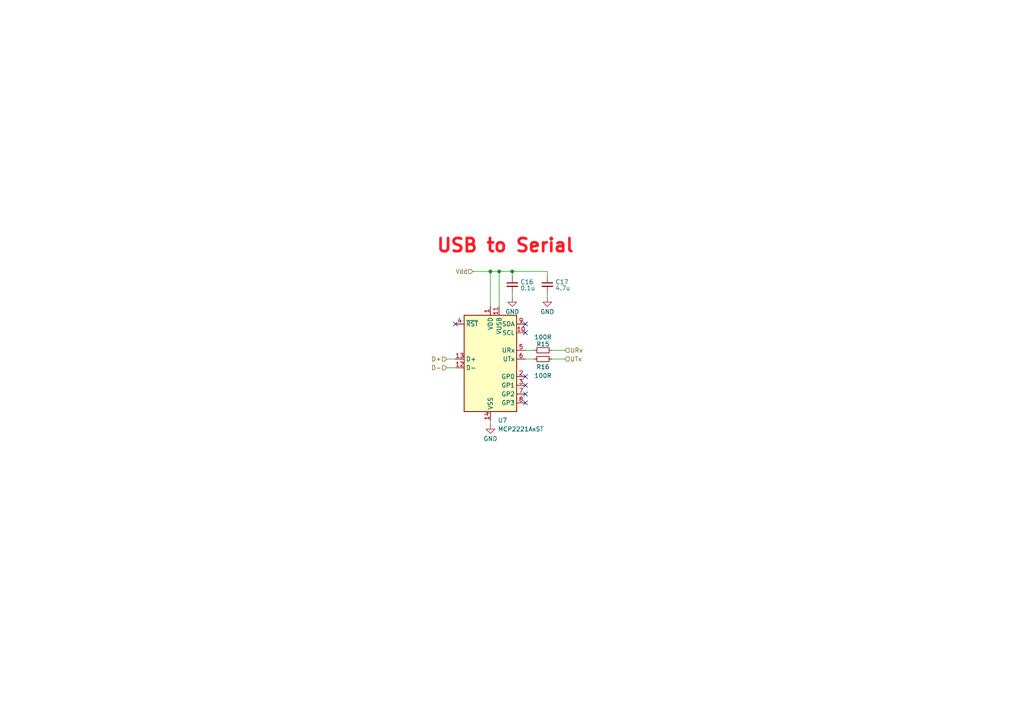
<source format=kicad_sch>
(kicad_sch (version 20250114) (generator "eeschema") (generator_version "9.0")
  (paper "A4")
  (lib_symbols
    (symbol "Device:C_Small" (pin_numbers (hide yes)) (pin_names (offset 0.254) (hide yes))
      (property "Reference" "C" (at 0.254 1.778 0))
      (property "Value" "C_Small" (at 0.254 -2.032 0))
      (symbol "C_Small_0_1"
        (polyline (pts (xy -1.524 0.508) (xy 1.524 0.508)) (stroke (width 0.3048)))
        (polyline (pts (xy -1.524 -0.508) (xy 1.524 -0.508)) (stroke (width 0.3302)))
      )
      (symbol "C_Small_1_1"
        (pin passive line (at 0 2.54 270) (length 2.032) (name "~") (number "1"))
        (pin passive line (at 0 -2.54 90) (length 2.032) (name "~") (number "2"))
      )
    )
    (symbol "Device:R_Small" (pin_numbers (hide yes)) (pin_names (offset 0.254) (hide yes))
      (property "Reference" "R" (at 0.762 0.508 0))
      (property "Value" "R_Small" (at 0.762 -1.016 0))
      (symbol "R_Small_0_1"
        (rectangle (start -0.762 1.778) (end 0.762 -1.778) (stroke (width 0.2032)))
      )
      (symbol "R_Small_1_1"
        (pin passive line (at 0 2.54 270) (length 0.762) (name "~") (number "1"))
        (pin passive line (at 0 -2.54 90) (length 0.762) (name "~") (number "2"))
      )
    )
    (symbol "Interface_USB:MCP2221AxST"
      (property "Reference" "U" (at -7.62 16.51 0))
      (property "Value" "MCP2221AxST" (at 12.7 16.51 0))
      (symbol "MCP2221AxST_0_1"
        (rectangle (start -7.62 15.24) (end 7.62 -12.7) (stroke (width 0.254)) (fill (type background)))
      )
      (symbol "MCP2221AxST_1_1"
        (pin input line (at -10.16 12.7 0) (length 2.54) (name "~{RST}") (number "4"))
        (pin bidirectional line (at -10.16 2.54 0) (length 2.54) (name "D+") (number "13"))
        (pin bidirectional line (at -10.16 0 0) (length 2.54) (name "D-") (number "12"))
        (pin power_in line (at 0 17.78 270) (length 2.54) (name "VDD") (number "1"))
        (pin power_in line (at 0 -15.24 90) (length 2.54) (name "VSS") (number "14"))
        (pin passive line (at 2.54 17.78 270) (length 2.54) (name "VUSB") (number "11"))
        (pin bidirectional line (at 10.16 12.7 180) (length 2.54) (name "SDA") (number "9"))
        (pin bidirectional line (at 10.16 10.16 180) (length 2.54) (name "SCL") (number "10"))
        (pin input line (at 10.16 5.08 180) (length 2.54) (name "URx") (number "5"))
        (pin output line (at 10.16 2.54 180) (length 2.54) (name "UTx") (number "6"))
        (pin bidirectional line (at 10.16 -2.54 180) (length 2.54) (name "GP0") (number "2"))
        (pin bidirectional line (at 10.16 -5.08 180) (length 2.54) (name "GP1") (number "3"))
        (pin bidirectional line (at 10.16 -7.62 180) (length 2.54) (name "GP2") (number "7"))
        (pin bidirectional line (at 10.16 -10.16 180) (length 2.54) (name "GP3") (number "8"))
      )
    )
    (symbol "power:GND" (power) (pin_numbers (hide yes)) (pin_names (offset 0) (hide yes))
      (property "Value" "GND" (at 0 -3.81 0))
      (symbol "GND_0_1"
        (polyline (pts (xy 0 0) (xy 0 -1.27) (xy 1.27 -1.27) (xy 0 -2.54) (xy -1.27 -1.27) (xy 0 -1.27)))
      )
      (symbol "GND_1_1"
        (pin power_in line (at 0 0 270) (length 0) (name "~") (number "1"))
      )
    )
  )
  (text "USB to Serial\n" (at 146.558 71.374 0) (effects (font (size 3.81 3.81) (thickness 0.762) (bold yes))))
  (junction (at 144.78 78.74))
  (junction (at 148.59 78.74))
  (junction (at 142.24 78.74))
  (no_connect (at 152.4 116.84))
  (no_connect (at 152.4 109.22))
  (no_connect (at 152.4 93.98))
  (no_connect (at 152.4 114.3))
  (no_connect (at 152.4 96.52))
  (no_connect (at 152.4 111.76))
  (no_connect (at 132.08 93.98))
  (wire (pts (xy 129.54 104.14) (xy 132.08 104.14)))
  (wire (pts (xy 142.24 121.92) (xy 142.24 123.19)))
  (wire (pts (xy 158.75 85.09) (xy 158.75 86.36)))
  (wire (pts (xy 137.16 78.74) (xy 142.24 78.74)))
  (wire (pts (xy 144.78 78.74) (xy 148.59 78.74)))
  (wire (pts (xy 152.4 104.14) (xy 154.94 104.14)))
  (wire (pts (xy 148.59 80.01) (xy 148.59 78.74)))
  (wire (pts (xy 129.54 106.68) (xy 132.08 106.68)))
  (wire (pts (xy 144.78 88.9) (xy 144.78 78.74)))
  (wire (pts (xy 142.24 78.74) (xy 142.24 88.9)))
  (wire (pts (xy 160.02 104.14) (xy 163.83 104.14)))
  (wire (pts (xy 158.75 80.01) (xy 158.75 78.74)))
  (wire (pts (xy 152.4 101.6) (xy 154.94 101.6)))
  (wire (pts (xy 142.24 78.74) (xy 144.78 78.74)))
  (wire (pts (xy 148.59 85.09) (xy 148.59 86.36)))
  (wire (pts (xy 158.75 78.74) (xy 148.59 78.74)))
  (wire (pts (xy 160.02 101.6) (xy 163.83 101.6)))
  (hierarchical_label "D-" (shape input) (at 129.54 106.68 180))
  (hierarchical_label "Vdd" (shape input) (at 137.16 78.74 180))
  (hierarchical_label "UTx" (shape input) (at 163.83 104.14 0))
  (hierarchical_label "URx" (shape input) (at 163.83 101.6 0))
  (hierarchical_label "D+" (shape input) (at 129.54 104.14 180))
  (symbol (lib_id "Interface_USB:MCP2221AxST") (at 142.24 106.68 0) (unit 1)
    (property "Reference" "U7" (at 144.3833 121.92 0) (effects (justify left)))
    (property "Value" "MCP2221AxST" (at 144.3833 124.46 0) (effects (justify left)))
    (property "Footprint" "Package_SO:TSSOP-14_4.4x5mm_P0.65mm" (effects (hide yes)))
    (property "Datasheet" "http://ww1.microchip.com/downloads/en/DeviceDoc/20005565B.pdf" (effects (hide yes)))
    (property "Description" "USB to I2C/UART Protocol Converter with GPIO, TSSOP-14" (effects (hide yes)))
  )
  (symbol (lib_id "Device:R_Small") (at 157.48 104.14 90) (unit 1)
    (property "Reference" "R16" (at 157.48 106.426 90))
    (property "Value" "100R" (at 157.48 108.966 90))
    (property "Footprint" "Resistor_SMD:R_0603_1608Metric" (effects (hide yes)))
    (property "Description" "Resistor, small symbol" (effects (hide yes)))
  )
  (symbol (lib_id "power:GND") (at 158.75 86.36 0) (unit 1)
    (property "Reference" "#PWR043" (effects (hide yes)))
    (property "Value" "GND" (at 158.75 90.424 0))
    (property "Description" "Power symbol creates a global label with name \"GND\" , ground" (effects (hide yes)))
  )
  (symbol (lib_id "Device:C_Small") (at 148.59 82.55 0) (unit 1)
    (property "Reference" "C16" (at 150.876 81.788 0) (effects (justify left)))
    (property "Value" "0.1u" (at 150.876 83.566 0) (effects (justify left)))
    (property "Footprint" "Capacitor_SMD:C_0603_1608Metric" (effects (hide yes)))
    (property "Description" "Unpolarized capacitor, small symbol" (effects (hide yes)))
  )
  (symbol (lib_id "power:GND") (at 148.59 86.36 0) (unit 1)
    (property "Reference" "#PWR042" (effects (hide yes)))
    (property "Value" "GND" (at 148.59 90.424 0))
    (property "Description" "Power symbol creates a global label with name \"GND\" , ground" (effects (hide yes)))
  )
  (symbol (lib_id "Device:C_Small") (at 158.75 82.55 0) (unit 1)
    (property "Reference" "C17" (at 161.036 81.788 0) (effects (justify left)))
    (property "Value" "4.7u" (at 161.036 83.566 0) (effects (justify left)))
    (property "Footprint" "Capacitor_SMD:C_0805_2012Metric" (effects (hide yes)))
    (property "Description" "Unpolarized capacitor, small symbol" (effects (hide yes)))
  )
  (symbol (lib_id "power:GND") (at 142.24 123.19 0) (unit 1)
    (property "Reference" "#PWR039" (effects (hide yes)))
    (property "Value" "GND" (at 142.24 127.254 0))
    (property "Description" "Power symbol creates a global label with name \"GND\" , ground" (effects (hide yes)))
  )
  (symbol (lib_id "Device:R_Small") (at 157.48 101.6 90) (unit 1)
    (property "Reference" "R15" (at 157.48 99.822 90))
    (property "Value" "100R" (at 157.48 97.79 90))
    (property "Footprint" "Resistor_SMD:R_0603_1608Metric" (effects (hide yes)))
    (property "Description" "Resistor, small symbol" (effects (hide yes)))
  )
)
</source>
